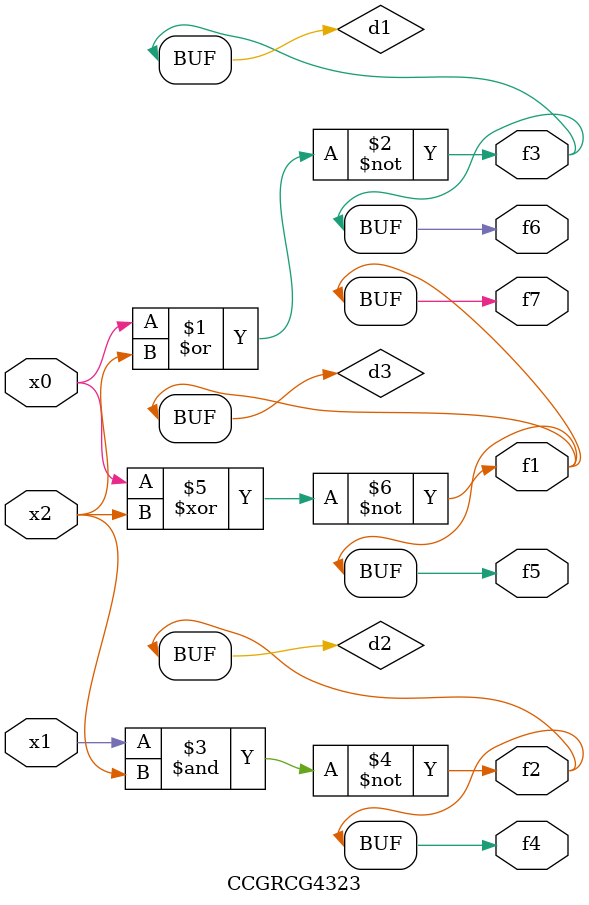
<source format=v>
module CCGRCG4323(
	input x0, x1, x2,
	output f1, f2, f3, f4, f5, f6, f7
);

	wire d1, d2, d3;

	nor (d1, x0, x2);
	nand (d2, x1, x2);
	xnor (d3, x0, x2);
	assign f1 = d3;
	assign f2 = d2;
	assign f3 = d1;
	assign f4 = d2;
	assign f5 = d3;
	assign f6 = d1;
	assign f7 = d3;
endmodule

</source>
